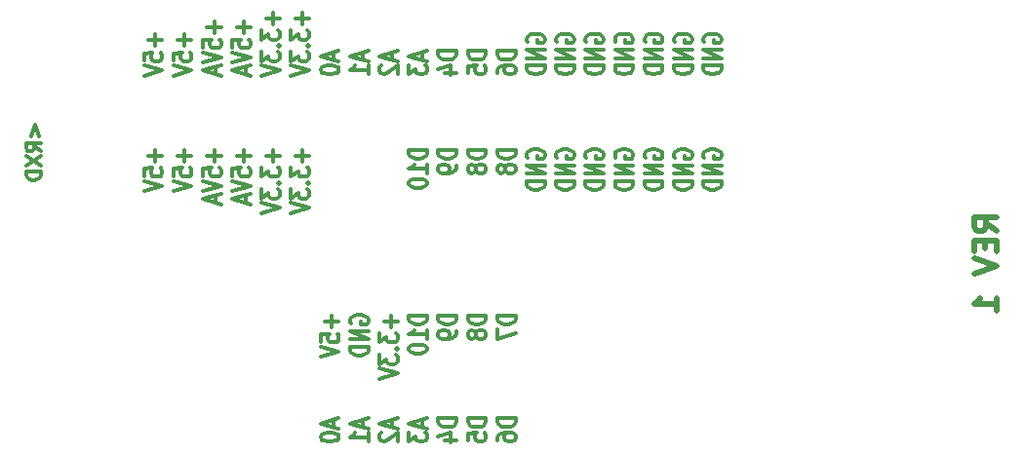
<source format=gbo>
%TF.GenerationSoftware,KiCad,Pcbnew,(6.0.1)*%
%TF.CreationDate,2022-10-17T10:49:28-04:00*%
%TF.ProjectId,MOD-XIAO-RP2040-CPU,4d4f442d-5849-4414-9f2d-525032303430,rev?*%
%TF.SameCoordinates,Original*%
%TF.FileFunction,Legend,Bot*%
%TF.FilePolarity,Positive*%
%FSLAX46Y46*%
G04 Gerber Fmt 4.6, Leading zero omitted, Abs format (unit mm)*
G04 Created by KiCad (PCBNEW (6.0.1)) date 2022-10-17 10:49:28*
%MOMM*%
%LPD*%
G01*
G04 APERTURE LIST*
%ADD10C,0.330200*%
%ADD11C,0.317500*%
%ADD12C,0.500000*%
G04 APERTURE END LIST*
D10*
X115786580Y-44588550D02*
X115786580Y-45594874D01*
X116391342Y-45091712D02*
X115181818Y-45091712D01*
X114803842Y-46852779D02*
X114803842Y-46223827D01*
X115559795Y-46160931D01*
X115484199Y-46223827D01*
X115408604Y-46349617D01*
X115408604Y-46664093D01*
X115484199Y-46789884D01*
X115559795Y-46852779D01*
X115710985Y-46915674D01*
X116088961Y-46915674D01*
X116240152Y-46852779D01*
X116315747Y-46789884D01*
X116391342Y-46664093D01*
X116391342Y-46349617D01*
X116315747Y-46223827D01*
X116240152Y-46160931D01*
X114803842Y-47293046D02*
X116391342Y-47733312D01*
X114803842Y-48173579D01*
X118342455Y-44588550D02*
X118342455Y-45594874D01*
X118947217Y-45091712D02*
X117737693Y-45091712D01*
X117359717Y-46852779D02*
X117359717Y-46223827D01*
X118115670Y-46160931D01*
X118040074Y-46223827D01*
X117964479Y-46349617D01*
X117964479Y-46664093D01*
X118040074Y-46789884D01*
X118115670Y-46852779D01*
X118266860Y-46915674D01*
X118644836Y-46915674D01*
X118796027Y-46852779D01*
X118871622Y-46789884D01*
X118947217Y-46664093D01*
X118947217Y-46349617D01*
X118871622Y-46223827D01*
X118796027Y-46160931D01*
X117359717Y-47293046D02*
X118947217Y-47733312D01*
X117359717Y-48173579D01*
X120898330Y-43456436D02*
X120898330Y-44462760D01*
X121503092Y-43959598D02*
X120293568Y-43959598D01*
X119915592Y-45720665D02*
X119915592Y-45091712D01*
X120671545Y-45028817D01*
X120595949Y-45091712D01*
X120520354Y-45217503D01*
X120520354Y-45531979D01*
X120595949Y-45657770D01*
X120671545Y-45720665D01*
X120822735Y-45783560D01*
X121200711Y-45783560D01*
X121351902Y-45720665D01*
X121427497Y-45657770D01*
X121503092Y-45531979D01*
X121503092Y-45217503D01*
X121427497Y-45091712D01*
X121351902Y-45028817D01*
X119915592Y-46160931D02*
X121503092Y-46601198D01*
X119915592Y-47041465D01*
X121049521Y-47418836D02*
X121049521Y-48047789D01*
X121503092Y-47293046D02*
X119915592Y-47733312D01*
X121503092Y-48173579D01*
X123454205Y-43456436D02*
X123454205Y-44462760D01*
X124058967Y-43959598D02*
X122849443Y-43959598D01*
X122471467Y-45720665D02*
X122471467Y-45091712D01*
X123227420Y-45028817D01*
X123151824Y-45091712D01*
X123076229Y-45217503D01*
X123076229Y-45531979D01*
X123151824Y-45657770D01*
X123227420Y-45720665D01*
X123378610Y-45783560D01*
X123756586Y-45783560D01*
X123907777Y-45720665D01*
X123983372Y-45657770D01*
X124058967Y-45531979D01*
X124058967Y-45217503D01*
X123983372Y-45091712D01*
X123907777Y-45028817D01*
X122471467Y-46160931D02*
X124058967Y-46601198D01*
X122471467Y-47041465D01*
X123605396Y-47418836D02*
X123605396Y-48047789D01*
X124058967Y-47293046D02*
X122471467Y-47733312D01*
X124058967Y-48173579D01*
X126010080Y-42701693D02*
X126010080Y-43708017D01*
X126614842Y-43204855D02*
X125405318Y-43204855D01*
X125027342Y-44211179D02*
X125027342Y-45028817D01*
X125632104Y-44588550D01*
X125632104Y-44777236D01*
X125707699Y-44903027D01*
X125783295Y-44965922D01*
X125934485Y-45028817D01*
X126312461Y-45028817D01*
X126463652Y-44965922D01*
X126539247Y-44903027D01*
X126614842Y-44777236D01*
X126614842Y-44399865D01*
X126539247Y-44274074D01*
X126463652Y-44211179D01*
X126463652Y-45594874D02*
X126539247Y-45657770D01*
X126614842Y-45594874D01*
X126539247Y-45531979D01*
X126463652Y-45594874D01*
X126614842Y-45594874D01*
X125027342Y-46098036D02*
X125027342Y-46915674D01*
X125632104Y-46475408D01*
X125632104Y-46664093D01*
X125707699Y-46789884D01*
X125783295Y-46852779D01*
X125934485Y-46915674D01*
X126312461Y-46915674D01*
X126463652Y-46852779D01*
X126539247Y-46789884D01*
X126614842Y-46664093D01*
X126614842Y-46286722D01*
X126539247Y-46160931D01*
X126463652Y-46098036D01*
X125027342Y-47293046D02*
X126614842Y-47733312D01*
X125027342Y-48173579D01*
X128565955Y-42701693D02*
X128565955Y-43708017D01*
X129170717Y-43204855D02*
X127961193Y-43204855D01*
X127583217Y-44211179D02*
X127583217Y-45028817D01*
X128187979Y-44588550D01*
X128187979Y-44777236D01*
X128263574Y-44903027D01*
X128339170Y-44965922D01*
X128490360Y-45028817D01*
X128868336Y-45028817D01*
X129019527Y-44965922D01*
X129095122Y-44903027D01*
X129170717Y-44777236D01*
X129170717Y-44399865D01*
X129095122Y-44274074D01*
X129019527Y-44211179D01*
X129019527Y-45594874D02*
X129095122Y-45657770D01*
X129170717Y-45594874D01*
X129095122Y-45531979D01*
X129019527Y-45594874D01*
X129170717Y-45594874D01*
X127583217Y-46098036D02*
X127583217Y-46915674D01*
X128187979Y-46475408D01*
X128187979Y-46664093D01*
X128263574Y-46789884D01*
X128339170Y-46852779D01*
X128490360Y-46915674D01*
X128868336Y-46915674D01*
X129019527Y-46852779D01*
X129095122Y-46789884D01*
X129170717Y-46664093D01*
X129170717Y-46286722D01*
X129095122Y-46160931D01*
X129019527Y-46098036D01*
X127583217Y-47293046D02*
X129170717Y-47733312D01*
X127583217Y-48173579D01*
X131273021Y-46160931D02*
X131273021Y-46789884D01*
X131726592Y-46035141D02*
X130139092Y-46475408D01*
X131726592Y-46915674D01*
X130139092Y-47607522D02*
X130139092Y-47733312D01*
X130214688Y-47859103D01*
X130290283Y-47921998D01*
X130441473Y-47984893D01*
X130743854Y-48047789D01*
X131121830Y-48047789D01*
X131424211Y-47984893D01*
X131575402Y-47921998D01*
X131650997Y-47859103D01*
X131726592Y-47733312D01*
X131726592Y-47607522D01*
X131650997Y-47481731D01*
X131575402Y-47418836D01*
X131424211Y-47355941D01*
X131121830Y-47293046D01*
X130743854Y-47293046D01*
X130441473Y-47355941D01*
X130290283Y-47418836D01*
X130214688Y-47481731D01*
X130139092Y-47607522D01*
X133828896Y-46160931D02*
X133828896Y-46789884D01*
X134282467Y-46035141D02*
X132694967Y-46475408D01*
X134282467Y-46915674D01*
X134282467Y-48047789D02*
X134282467Y-47293046D01*
X134282467Y-47670417D02*
X132694967Y-47670417D01*
X132921753Y-47544627D01*
X133072943Y-47418836D01*
X133148539Y-47293046D01*
X136384771Y-46160931D02*
X136384771Y-46789884D01*
X136838342Y-46035141D02*
X135250842Y-46475408D01*
X136838342Y-46915674D01*
X135402033Y-47293046D02*
X135326438Y-47355941D01*
X135250842Y-47481731D01*
X135250842Y-47796208D01*
X135326438Y-47921998D01*
X135402033Y-47984893D01*
X135553223Y-48047789D01*
X135704414Y-48047789D01*
X135931199Y-47984893D01*
X136838342Y-47230150D01*
X136838342Y-48047789D01*
X138940646Y-46160931D02*
X138940646Y-46789884D01*
X139394217Y-46035141D02*
X137806717Y-46475408D01*
X139394217Y-46915674D01*
X137806717Y-47230150D02*
X137806717Y-48047789D01*
X138411479Y-47607522D01*
X138411479Y-47796208D01*
X138487074Y-47921998D01*
X138562670Y-47984893D01*
X138713860Y-48047789D01*
X139091836Y-48047789D01*
X139243027Y-47984893D01*
X139318622Y-47921998D01*
X139394217Y-47796208D01*
X139394217Y-47418836D01*
X139318622Y-47293046D01*
X139243027Y-47230150D01*
X141950092Y-46035141D02*
X140362592Y-46035141D01*
X140362592Y-46349617D01*
X140438188Y-46538303D01*
X140589378Y-46664093D01*
X140740568Y-46726989D01*
X141042949Y-46789884D01*
X141269735Y-46789884D01*
X141572116Y-46726989D01*
X141723307Y-46664093D01*
X141874497Y-46538303D01*
X141950092Y-46349617D01*
X141950092Y-46035141D01*
X140891759Y-47921998D02*
X141950092Y-47921998D01*
X140286997Y-47607522D02*
X141420926Y-47293046D01*
X141420926Y-48110684D01*
X144505967Y-46035141D02*
X142918467Y-46035141D01*
X142918467Y-46349617D01*
X142994063Y-46538303D01*
X143145253Y-46664093D01*
X143296443Y-46726989D01*
X143598824Y-46789884D01*
X143825610Y-46789884D01*
X144127991Y-46726989D01*
X144279182Y-46664093D01*
X144430372Y-46538303D01*
X144505967Y-46349617D01*
X144505967Y-46035141D01*
X142918467Y-47984893D02*
X142918467Y-47355941D01*
X143674420Y-47293046D01*
X143598824Y-47355941D01*
X143523229Y-47481731D01*
X143523229Y-47796208D01*
X143598824Y-47921998D01*
X143674420Y-47984893D01*
X143825610Y-48047789D01*
X144203586Y-48047789D01*
X144354777Y-47984893D01*
X144430372Y-47921998D01*
X144505967Y-47796208D01*
X144505967Y-47481731D01*
X144430372Y-47355941D01*
X144354777Y-47293046D01*
X147061842Y-46035141D02*
X145474342Y-46035141D01*
X145474342Y-46349617D01*
X145549938Y-46538303D01*
X145701128Y-46664093D01*
X145852318Y-46726989D01*
X146154699Y-46789884D01*
X146381485Y-46789884D01*
X146683866Y-46726989D01*
X146835057Y-46664093D01*
X146986247Y-46538303D01*
X147061842Y-46349617D01*
X147061842Y-46035141D01*
X145474342Y-47921998D02*
X145474342Y-47670417D01*
X145549938Y-47544627D01*
X145625533Y-47481731D01*
X145852318Y-47355941D01*
X146154699Y-47293046D01*
X146759461Y-47293046D01*
X146910652Y-47355941D01*
X146986247Y-47418836D01*
X147061842Y-47544627D01*
X147061842Y-47796208D01*
X146986247Y-47921998D01*
X146910652Y-47984893D01*
X146759461Y-48047789D01*
X146381485Y-48047789D01*
X146230295Y-47984893D01*
X146154699Y-47921998D01*
X146079104Y-47796208D01*
X146079104Y-47544627D01*
X146154699Y-47418836D01*
X146230295Y-47355941D01*
X146381485Y-47293046D01*
X148105813Y-45280398D02*
X148030217Y-45154608D01*
X148030217Y-44965922D01*
X148105813Y-44777236D01*
X148257003Y-44651446D01*
X148408193Y-44588550D01*
X148710574Y-44525655D01*
X148937360Y-44525655D01*
X149239741Y-44588550D01*
X149390932Y-44651446D01*
X149542122Y-44777236D01*
X149617717Y-44965922D01*
X149617717Y-45091712D01*
X149542122Y-45280398D01*
X149466527Y-45343293D01*
X148937360Y-45343293D01*
X148937360Y-45091712D01*
X149617717Y-45909350D02*
X148030217Y-45909350D01*
X149617717Y-46664093D01*
X148030217Y-46664093D01*
X149617717Y-47293046D02*
X148030217Y-47293046D01*
X148030217Y-47607522D01*
X148105813Y-47796208D01*
X148257003Y-47921998D01*
X148408193Y-47984893D01*
X148710574Y-48047789D01*
X148937360Y-48047789D01*
X149239741Y-47984893D01*
X149390932Y-47921998D01*
X149542122Y-47796208D01*
X149617717Y-47607522D01*
X149617717Y-47293046D01*
X150661688Y-45280398D02*
X150586092Y-45154608D01*
X150586092Y-44965922D01*
X150661688Y-44777236D01*
X150812878Y-44651446D01*
X150964068Y-44588550D01*
X151266449Y-44525655D01*
X151493235Y-44525655D01*
X151795616Y-44588550D01*
X151946807Y-44651446D01*
X152097997Y-44777236D01*
X152173592Y-44965922D01*
X152173592Y-45091712D01*
X152097997Y-45280398D01*
X152022402Y-45343293D01*
X151493235Y-45343293D01*
X151493235Y-45091712D01*
X152173592Y-45909350D02*
X150586092Y-45909350D01*
X152173592Y-46664093D01*
X150586092Y-46664093D01*
X152173592Y-47293046D02*
X150586092Y-47293046D01*
X150586092Y-47607522D01*
X150661688Y-47796208D01*
X150812878Y-47921998D01*
X150964068Y-47984893D01*
X151266449Y-48047789D01*
X151493235Y-48047789D01*
X151795616Y-47984893D01*
X151946807Y-47921998D01*
X152097997Y-47796208D01*
X152173592Y-47607522D01*
X152173592Y-47293046D01*
X153217563Y-45280398D02*
X153141967Y-45154608D01*
X153141967Y-44965922D01*
X153217563Y-44777236D01*
X153368753Y-44651446D01*
X153519943Y-44588550D01*
X153822324Y-44525655D01*
X154049110Y-44525655D01*
X154351491Y-44588550D01*
X154502682Y-44651446D01*
X154653872Y-44777236D01*
X154729467Y-44965922D01*
X154729467Y-45091712D01*
X154653872Y-45280398D01*
X154578277Y-45343293D01*
X154049110Y-45343293D01*
X154049110Y-45091712D01*
X154729467Y-45909350D02*
X153141967Y-45909350D01*
X154729467Y-46664093D01*
X153141967Y-46664093D01*
X154729467Y-47293046D02*
X153141967Y-47293046D01*
X153141967Y-47607522D01*
X153217563Y-47796208D01*
X153368753Y-47921998D01*
X153519943Y-47984893D01*
X153822324Y-48047789D01*
X154049110Y-48047789D01*
X154351491Y-47984893D01*
X154502682Y-47921998D01*
X154653872Y-47796208D01*
X154729467Y-47607522D01*
X154729467Y-47293046D01*
X155773438Y-45280398D02*
X155697842Y-45154608D01*
X155697842Y-44965922D01*
X155773438Y-44777236D01*
X155924628Y-44651446D01*
X156075818Y-44588550D01*
X156378199Y-44525655D01*
X156604985Y-44525655D01*
X156907366Y-44588550D01*
X157058557Y-44651446D01*
X157209747Y-44777236D01*
X157285342Y-44965922D01*
X157285342Y-45091712D01*
X157209747Y-45280398D01*
X157134152Y-45343293D01*
X156604985Y-45343293D01*
X156604985Y-45091712D01*
X157285342Y-45909350D02*
X155697842Y-45909350D01*
X157285342Y-46664093D01*
X155697842Y-46664093D01*
X157285342Y-47293046D02*
X155697842Y-47293046D01*
X155697842Y-47607522D01*
X155773438Y-47796208D01*
X155924628Y-47921998D01*
X156075818Y-47984893D01*
X156378199Y-48047789D01*
X156604985Y-48047789D01*
X156907366Y-47984893D01*
X157058557Y-47921998D01*
X157209747Y-47796208D01*
X157285342Y-47607522D01*
X157285342Y-47293046D01*
X158329313Y-45280398D02*
X158253717Y-45154608D01*
X158253717Y-44965922D01*
X158329313Y-44777236D01*
X158480503Y-44651446D01*
X158631693Y-44588550D01*
X158934074Y-44525655D01*
X159160860Y-44525655D01*
X159463241Y-44588550D01*
X159614432Y-44651446D01*
X159765622Y-44777236D01*
X159841217Y-44965922D01*
X159841217Y-45091712D01*
X159765622Y-45280398D01*
X159690027Y-45343293D01*
X159160860Y-45343293D01*
X159160860Y-45091712D01*
X159841217Y-45909350D02*
X158253717Y-45909350D01*
X159841217Y-46664093D01*
X158253717Y-46664093D01*
X159841217Y-47293046D02*
X158253717Y-47293046D01*
X158253717Y-47607522D01*
X158329313Y-47796208D01*
X158480503Y-47921998D01*
X158631693Y-47984893D01*
X158934074Y-48047789D01*
X159160860Y-48047789D01*
X159463241Y-47984893D01*
X159614432Y-47921998D01*
X159765622Y-47796208D01*
X159841217Y-47607522D01*
X159841217Y-47293046D01*
X160885188Y-45280398D02*
X160809592Y-45154608D01*
X160809592Y-44965922D01*
X160885188Y-44777236D01*
X161036378Y-44651446D01*
X161187568Y-44588550D01*
X161489949Y-44525655D01*
X161716735Y-44525655D01*
X162019116Y-44588550D01*
X162170307Y-44651446D01*
X162321497Y-44777236D01*
X162397092Y-44965922D01*
X162397092Y-45091712D01*
X162321497Y-45280398D01*
X162245902Y-45343293D01*
X161716735Y-45343293D01*
X161716735Y-45091712D01*
X162397092Y-45909350D02*
X160809592Y-45909350D01*
X162397092Y-46664093D01*
X160809592Y-46664093D01*
X162397092Y-47293046D02*
X160809592Y-47293046D01*
X160809592Y-47607522D01*
X160885188Y-47796208D01*
X161036378Y-47921998D01*
X161187568Y-47984893D01*
X161489949Y-48047789D01*
X161716735Y-48047789D01*
X162019116Y-47984893D01*
X162170307Y-47921998D01*
X162321497Y-47796208D01*
X162397092Y-47607522D01*
X162397092Y-47293046D01*
X163441063Y-45280398D02*
X163365467Y-45154608D01*
X163365467Y-44965922D01*
X163441063Y-44777236D01*
X163592253Y-44651446D01*
X163743443Y-44588550D01*
X164045824Y-44525655D01*
X164272610Y-44525655D01*
X164574991Y-44588550D01*
X164726182Y-44651446D01*
X164877372Y-44777236D01*
X164952967Y-44965922D01*
X164952967Y-45091712D01*
X164877372Y-45280398D01*
X164801777Y-45343293D01*
X164272610Y-45343293D01*
X164272610Y-45091712D01*
X164952967Y-45909350D02*
X163365467Y-45909350D01*
X164952967Y-46664093D01*
X163365467Y-46664093D01*
X164952967Y-47293046D02*
X163365467Y-47293046D01*
X163365467Y-47607522D01*
X163441063Y-47796208D01*
X163592253Y-47921998D01*
X163743443Y-47984893D01*
X164045824Y-48047789D01*
X164272610Y-48047789D01*
X164574991Y-47984893D01*
X164726182Y-47921998D01*
X164877372Y-47796208D01*
X164952967Y-47607522D01*
X164952967Y-47293046D01*
X131123773Y-69025108D02*
X131123773Y-70031432D01*
X131728535Y-69528270D02*
X130519011Y-69528270D01*
X130141035Y-71289336D02*
X130141035Y-70660384D01*
X130896988Y-70597489D01*
X130821392Y-70660384D01*
X130745797Y-70786174D01*
X130745797Y-71100651D01*
X130821392Y-71226441D01*
X130896988Y-71289336D01*
X131048178Y-71352232D01*
X131426154Y-71352232D01*
X131577345Y-71289336D01*
X131652940Y-71226441D01*
X131728535Y-71100651D01*
X131728535Y-70786174D01*
X131652940Y-70660384D01*
X131577345Y-70597489D01*
X130141035Y-71729603D02*
X131728535Y-72169870D01*
X130141035Y-72610136D01*
X132772506Y-69716955D02*
X132696910Y-69591165D01*
X132696910Y-69402479D01*
X132772506Y-69213793D01*
X132923696Y-69088003D01*
X133074886Y-69025108D01*
X133377267Y-68962212D01*
X133604053Y-68962212D01*
X133906434Y-69025108D01*
X134057625Y-69088003D01*
X134208815Y-69213793D01*
X134284410Y-69402479D01*
X134284410Y-69528270D01*
X134208815Y-69716955D01*
X134133220Y-69779851D01*
X133604053Y-69779851D01*
X133604053Y-69528270D01*
X134284410Y-70345908D02*
X132696910Y-70345908D01*
X134284410Y-71100651D01*
X132696910Y-71100651D01*
X134284410Y-71729603D02*
X132696910Y-71729603D01*
X132696910Y-72044079D01*
X132772506Y-72232765D01*
X132923696Y-72358555D01*
X133074886Y-72421451D01*
X133377267Y-72484346D01*
X133604053Y-72484346D01*
X133906434Y-72421451D01*
X134057625Y-72358555D01*
X134208815Y-72232765D01*
X134284410Y-72044079D01*
X134284410Y-71729603D01*
X136235523Y-69025108D02*
X136235523Y-70031432D01*
X136840285Y-69528270D02*
X135630761Y-69528270D01*
X135252785Y-70534593D02*
X135252785Y-71352232D01*
X135857547Y-70911965D01*
X135857547Y-71100651D01*
X135933142Y-71226441D01*
X136008738Y-71289336D01*
X136159928Y-71352232D01*
X136537904Y-71352232D01*
X136689095Y-71289336D01*
X136764690Y-71226441D01*
X136840285Y-71100651D01*
X136840285Y-70723279D01*
X136764690Y-70597489D01*
X136689095Y-70534593D01*
X136689095Y-71918289D02*
X136764690Y-71981184D01*
X136840285Y-71918289D01*
X136764690Y-71855393D01*
X136689095Y-71918289D01*
X136840285Y-71918289D01*
X135252785Y-72421451D02*
X135252785Y-73239089D01*
X135857547Y-72798822D01*
X135857547Y-72987508D01*
X135933142Y-73113298D01*
X136008738Y-73176193D01*
X136159928Y-73239089D01*
X136537904Y-73239089D01*
X136689095Y-73176193D01*
X136764690Y-73113298D01*
X136840285Y-72987508D01*
X136840285Y-72610136D01*
X136764690Y-72484346D01*
X136689095Y-72421451D01*
X135252785Y-73616460D02*
X136840285Y-74056727D01*
X135252785Y-74496993D01*
X139396160Y-69025108D02*
X137808660Y-69025108D01*
X137808660Y-69339584D01*
X137884256Y-69528270D01*
X138035446Y-69654060D01*
X138186636Y-69716955D01*
X138489017Y-69779851D01*
X138715803Y-69779851D01*
X139018184Y-69716955D01*
X139169375Y-69654060D01*
X139320565Y-69528270D01*
X139396160Y-69339584D01*
X139396160Y-69025108D01*
X139396160Y-71037755D02*
X139396160Y-70283012D01*
X139396160Y-70660384D02*
X137808660Y-70660384D01*
X138035446Y-70534593D01*
X138186636Y-70408803D01*
X138262232Y-70283012D01*
X137808660Y-71855393D02*
X137808660Y-71981184D01*
X137884256Y-72106974D01*
X137959851Y-72169870D01*
X138111041Y-72232765D01*
X138413422Y-72295660D01*
X138791398Y-72295660D01*
X139093779Y-72232765D01*
X139244970Y-72169870D01*
X139320565Y-72106974D01*
X139396160Y-71981184D01*
X139396160Y-71855393D01*
X139320565Y-71729603D01*
X139244970Y-71666708D01*
X139093779Y-71603812D01*
X138791398Y-71540917D01*
X138413422Y-71540917D01*
X138111041Y-71603812D01*
X137959851Y-71666708D01*
X137884256Y-71729603D01*
X137808660Y-71855393D01*
X141952035Y-69025108D02*
X140364535Y-69025108D01*
X140364535Y-69339584D01*
X140440131Y-69528270D01*
X140591321Y-69654060D01*
X140742511Y-69716955D01*
X141044892Y-69779851D01*
X141271678Y-69779851D01*
X141574059Y-69716955D01*
X141725250Y-69654060D01*
X141876440Y-69528270D01*
X141952035Y-69339584D01*
X141952035Y-69025108D01*
X141952035Y-70408803D02*
X141952035Y-70660384D01*
X141876440Y-70786174D01*
X141800845Y-70849070D01*
X141574059Y-70974860D01*
X141271678Y-71037755D01*
X140666916Y-71037755D01*
X140515726Y-70974860D01*
X140440131Y-70911965D01*
X140364535Y-70786174D01*
X140364535Y-70534593D01*
X140440131Y-70408803D01*
X140515726Y-70345908D01*
X140666916Y-70283012D01*
X141044892Y-70283012D01*
X141196083Y-70345908D01*
X141271678Y-70408803D01*
X141347273Y-70534593D01*
X141347273Y-70786174D01*
X141271678Y-70911965D01*
X141196083Y-70974860D01*
X141044892Y-71037755D01*
X144507910Y-69025108D02*
X142920410Y-69025108D01*
X142920410Y-69339584D01*
X142996006Y-69528270D01*
X143147196Y-69654060D01*
X143298386Y-69716955D01*
X143600767Y-69779851D01*
X143827553Y-69779851D01*
X144129934Y-69716955D01*
X144281125Y-69654060D01*
X144432315Y-69528270D01*
X144507910Y-69339584D01*
X144507910Y-69025108D01*
X143600767Y-70534593D02*
X143525172Y-70408803D01*
X143449577Y-70345908D01*
X143298386Y-70283012D01*
X143222791Y-70283012D01*
X143071601Y-70345908D01*
X142996006Y-70408803D01*
X142920410Y-70534593D01*
X142920410Y-70786174D01*
X142996006Y-70911965D01*
X143071601Y-70974860D01*
X143222791Y-71037755D01*
X143298386Y-71037755D01*
X143449577Y-70974860D01*
X143525172Y-70911965D01*
X143600767Y-70786174D01*
X143600767Y-70534593D01*
X143676363Y-70408803D01*
X143751958Y-70345908D01*
X143903148Y-70283012D01*
X144205529Y-70283012D01*
X144356720Y-70345908D01*
X144432315Y-70408803D01*
X144507910Y-70534593D01*
X144507910Y-70786174D01*
X144432315Y-70911965D01*
X144356720Y-70974860D01*
X144205529Y-71037755D01*
X143903148Y-71037755D01*
X143751958Y-70974860D01*
X143676363Y-70911965D01*
X143600767Y-70786174D01*
X147063785Y-69025108D02*
X145476285Y-69025108D01*
X145476285Y-69339584D01*
X145551881Y-69528270D01*
X145703071Y-69654060D01*
X145854261Y-69716955D01*
X146156642Y-69779851D01*
X146383428Y-69779851D01*
X146685809Y-69716955D01*
X146837000Y-69654060D01*
X146988190Y-69528270D01*
X147063785Y-69339584D01*
X147063785Y-69025108D01*
X145476285Y-70220117D02*
X145476285Y-71100651D01*
X147063785Y-70534593D01*
D11*
X105010857Y-53419375D02*
X105373714Y-52451755D01*
X105736571Y-53419375D01*
X105857523Y-54749851D02*
X105252761Y-54326517D01*
X105857523Y-54024136D02*
X104587523Y-54024136D01*
X104587523Y-54507946D01*
X104648000Y-54628898D01*
X104708476Y-54689375D01*
X104829428Y-54749851D01*
X105010857Y-54749851D01*
X105131809Y-54689375D01*
X105192285Y-54628898D01*
X105252761Y-54507946D01*
X105252761Y-54024136D01*
X104587523Y-55173184D02*
X105857523Y-56019851D01*
X104587523Y-56019851D02*
X105857523Y-55173184D01*
X105857523Y-56503660D02*
X104587523Y-56503660D01*
X104587523Y-56806041D01*
X104648000Y-56987470D01*
X104768952Y-57108422D01*
X104889904Y-57168898D01*
X105131809Y-57229375D01*
X105313238Y-57229375D01*
X105555142Y-57168898D01*
X105676095Y-57108422D01*
X105797047Y-56987470D01*
X105857523Y-56806041D01*
X105857523Y-56503660D01*
D10*
X115786580Y-54631106D02*
X115786580Y-55637430D01*
X116391342Y-55134268D02*
X115181818Y-55134268D01*
X114803842Y-56895334D02*
X114803842Y-56266382D01*
X115559795Y-56203487D01*
X115484199Y-56266382D01*
X115408604Y-56392172D01*
X115408604Y-56706649D01*
X115484199Y-56832439D01*
X115559795Y-56895334D01*
X115710985Y-56958230D01*
X116088961Y-56958230D01*
X116240152Y-56895334D01*
X116315747Y-56832439D01*
X116391342Y-56706649D01*
X116391342Y-56392172D01*
X116315747Y-56266382D01*
X116240152Y-56203487D01*
X114803842Y-57335601D02*
X116391342Y-57775868D01*
X114803842Y-58216134D01*
X118342455Y-54631106D02*
X118342455Y-55637430D01*
X118947217Y-55134268D02*
X117737693Y-55134268D01*
X117359717Y-56895334D02*
X117359717Y-56266382D01*
X118115670Y-56203487D01*
X118040074Y-56266382D01*
X117964479Y-56392172D01*
X117964479Y-56706649D01*
X118040074Y-56832439D01*
X118115670Y-56895334D01*
X118266860Y-56958230D01*
X118644836Y-56958230D01*
X118796027Y-56895334D01*
X118871622Y-56832439D01*
X118947217Y-56706649D01*
X118947217Y-56392172D01*
X118871622Y-56266382D01*
X118796027Y-56203487D01*
X117359717Y-57335601D02*
X118947217Y-57775868D01*
X117359717Y-58216134D01*
X120898330Y-54631106D02*
X120898330Y-55637430D01*
X121503092Y-55134268D02*
X120293568Y-55134268D01*
X119915592Y-56895334D02*
X119915592Y-56266382D01*
X120671545Y-56203487D01*
X120595949Y-56266382D01*
X120520354Y-56392172D01*
X120520354Y-56706649D01*
X120595949Y-56832439D01*
X120671545Y-56895334D01*
X120822735Y-56958230D01*
X121200711Y-56958230D01*
X121351902Y-56895334D01*
X121427497Y-56832439D01*
X121503092Y-56706649D01*
X121503092Y-56392172D01*
X121427497Y-56266382D01*
X121351902Y-56203487D01*
X119915592Y-57335601D02*
X121503092Y-57775868D01*
X119915592Y-58216134D01*
X121049521Y-58593506D02*
X121049521Y-59222458D01*
X121503092Y-58467715D02*
X119915592Y-58907982D01*
X121503092Y-59348249D01*
X123454205Y-54631106D02*
X123454205Y-55637430D01*
X124058967Y-55134268D02*
X122849443Y-55134268D01*
X122471467Y-56895334D02*
X122471467Y-56266382D01*
X123227420Y-56203487D01*
X123151824Y-56266382D01*
X123076229Y-56392172D01*
X123076229Y-56706649D01*
X123151824Y-56832439D01*
X123227420Y-56895334D01*
X123378610Y-56958230D01*
X123756586Y-56958230D01*
X123907777Y-56895334D01*
X123983372Y-56832439D01*
X124058967Y-56706649D01*
X124058967Y-56392172D01*
X123983372Y-56266382D01*
X123907777Y-56203487D01*
X122471467Y-57335601D02*
X124058967Y-57775868D01*
X122471467Y-58216134D01*
X123605396Y-58593506D02*
X123605396Y-59222458D01*
X124058967Y-58467715D02*
X122471467Y-58907982D01*
X124058967Y-59348249D01*
X126010080Y-54631106D02*
X126010080Y-55637430D01*
X126614842Y-55134268D02*
X125405318Y-55134268D01*
X125027342Y-56140591D02*
X125027342Y-56958230D01*
X125632104Y-56517963D01*
X125632104Y-56706649D01*
X125707699Y-56832439D01*
X125783295Y-56895334D01*
X125934485Y-56958230D01*
X126312461Y-56958230D01*
X126463652Y-56895334D01*
X126539247Y-56832439D01*
X126614842Y-56706649D01*
X126614842Y-56329277D01*
X126539247Y-56203487D01*
X126463652Y-56140591D01*
X126463652Y-57524287D02*
X126539247Y-57587182D01*
X126614842Y-57524287D01*
X126539247Y-57461391D01*
X126463652Y-57524287D01*
X126614842Y-57524287D01*
X125027342Y-58027449D02*
X125027342Y-58845087D01*
X125632104Y-58404820D01*
X125632104Y-58593506D01*
X125707699Y-58719296D01*
X125783295Y-58782191D01*
X125934485Y-58845087D01*
X126312461Y-58845087D01*
X126463652Y-58782191D01*
X126539247Y-58719296D01*
X126614842Y-58593506D01*
X126614842Y-58216134D01*
X126539247Y-58090344D01*
X126463652Y-58027449D01*
X125027342Y-59222458D02*
X126614842Y-59662725D01*
X125027342Y-60102991D01*
X128565955Y-54631106D02*
X128565955Y-55637430D01*
X129170717Y-55134268D02*
X127961193Y-55134268D01*
X127583217Y-56140591D02*
X127583217Y-56958230D01*
X128187979Y-56517963D01*
X128187979Y-56706649D01*
X128263574Y-56832439D01*
X128339170Y-56895334D01*
X128490360Y-56958230D01*
X128868336Y-56958230D01*
X129019527Y-56895334D01*
X129095122Y-56832439D01*
X129170717Y-56706649D01*
X129170717Y-56329277D01*
X129095122Y-56203487D01*
X129019527Y-56140591D01*
X129019527Y-57524287D02*
X129095122Y-57587182D01*
X129170717Y-57524287D01*
X129095122Y-57461391D01*
X129019527Y-57524287D01*
X129170717Y-57524287D01*
X127583217Y-58027449D02*
X127583217Y-58845087D01*
X128187979Y-58404820D01*
X128187979Y-58593506D01*
X128263574Y-58719296D01*
X128339170Y-58782191D01*
X128490360Y-58845087D01*
X128868336Y-58845087D01*
X129019527Y-58782191D01*
X129095122Y-58719296D01*
X129170717Y-58593506D01*
X129170717Y-58216134D01*
X129095122Y-58090344D01*
X129019527Y-58027449D01*
X127583217Y-59222458D02*
X129170717Y-59662725D01*
X127583217Y-60102991D01*
X139394217Y-54631106D02*
X137806717Y-54631106D01*
X137806717Y-54945582D01*
X137882313Y-55134268D01*
X138033503Y-55260058D01*
X138184693Y-55322953D01*
X138487074Y-55385849D01*
X138713860Y-55385849D01*
X139016241Y-55322953D01*
X139167432Y-55260058D01*
X139318622Y-55134268D01*
X139394217Y-54945582D01*
X139394217Y-54631106D01*
X139394217Y-56643753D02*
X139394217Y-55889010D01*
X139394217Y-56266382D02*
X137806717Y-56266382D01*
X138033503Y-56140591D01*
X138184693Y-56014801D01*
X138260289Y-55889010D01*
X137806717Y-57461391D02*
X137806717Y-57587182D01*
X137882313Y-57712972D01*
X137957908Y-57775868D01*
X138109098Y-57838763D01*
X138411479Y-57901658D01*
X138789455Y-57901658D01*
X139091836Y-57838763D01*
X139243027Y-57775868D01*
X139318622Y-57712972D01*
X139394217Y-57587182D01*
X139394217Y-57461391D01*
X139318622Y-57335601D01*
X139243027Y-57272706D01*
X139091836Y-57209810D01*
X138789455Y-57146915D01*
X138411479Y-57146915D01*
X138109098Y-57209810D01*
X137957908Y-57272706D01*
X137882313Y-57335601D01*
X137806717Y-57461391D01*
X141950092Y-54631106D02*
X140362592Y-54631106D01*
X140362592Y-54945582D01*
X140438188Y-55134268D01*
X140589378Y-55260058D01*
X140740568Y-55322953D01*
X141042949Y-55385849D01*
X141269735Y-55385849D01*
X141572116Y-55322953D01*
X141723307Y-55260058D01*
X141874497Y-55134268D01*
X141950092Y-54945582D01*
X141950092Y-54631106D01*
X141950092Y-56014801D02*
X141950092Y-56266382D01*
X141874497Y-56392172D01*
X141798902Y-56455068D01*
X141572116Y-56580858D01*
X141269735Y-56643753D01*
X140664973Y-56643753D01*
X140513783Y-56580858D01*
X140438188Y-56517963D01*
X140362592Y-56392172D01*
X140362592Y-56140591D01*
X140438188Y-56014801D01*
X140513783Y-55951906D01*
X140664973Y-55889010D01*
X141042949Y-55889010D01*
X141194140Y-55951906D01*
X141269735Y-56014801D01*
X141345330Y-56140591D01*
X141345330Y-56392172D01*
X141269735Y-56517963D01*
X141194140Y-56580858D01*
X141042949Y-56643753D01*
X144505967Y-54631106D02*
X142918467Y-54631106D01*
X142918467Y-54945582D01*
X142994063Y-55134268D01*
X143145253Y-55260058D01*
X143296443Y-55322953D01*
X143598824Y-55385849D01*
X143825610Y-55385849D01*
X144127991Y-55322953D01*
X144279182Y-55260058D01*
X144430372Y-55134268D01*
X144505967Y-54945582D01*
X144505967Y-54631106D01*
X143598824Y-56140591D02*
X143523229Y-56014801D01*
X143447634Y-55951906D01*
X143296443Y-55889010D01*
X143220848Y-55889010D01*
X143069658Y-55951906D01*
X142994063Y-56014801D01*
X142918467Y-56140591D01*
X142918467Y-56392172D01*
X142994063Y-56517963D01*
X143069658Y-56580858D01*
X143220848Y-56643753D01*
X143296443Y-56643753D01*
X143447634Y-56580858D01*
X143523229Y-56517963D01*
X143598824Y-56392172D01*
X143598824Y-56140591D01*
X143674420Y-56014801D01*
X143750015Y-55951906D01*
X143901205Y-55889010D01*
X144203586Y-55889010D01*
X144354777Y-55951906D01*
X144430372Y-56014801D01*
X144505967Y-56140591D01*
X144505967Y-56392172D01*
X144430372Y-56517963D01*
X144354777Y-56580858D01*
X144203586Y-56643753D01*
X143901205Y-56643753D01*
X143750015Y-56580858D01*
X143674420Y-56517963D01*
X143598824Y-56392172D01*
X147061842Y-54631106D02*
X145474342Y-54631106D01*
X145474342Y-54945582D01*
X145549938Y-55134268D01*
X145701128Y-55260058D01*
X145852318Y-55322953D01*
X146154699Y-55385849D01*
X146381485Y-55385849D01*
X146683866Y-55322953D01*
X146835057Y-55260058D01*
X146986247Y-55134268D01*
X147061842Y-54945582D01*
X147061842Y-54631106D01*
X146154699Y-56140591D02*
X146079104Y-56014801D01*
X146003509Y-55951906D01*
X145852318Y-55889010D01*
X145776723Y-55889010D01*
X145625533Y-55951906D01*
X145549938Y-56014801D01*
X145474342Y-56140591D01*
X145474342Y-56392172D01*
X145549938Y-56517963D01*
X145625533Y-56580858D01*
X145776723Y-56643753D01*
X145852318Y-56643753D01*
X146003509Y-56580858D01*
X146079104Y-56517963D01*
X146154699Y-56392172D01*
X146154699Y-56140591D01*
X146230295Y-56014801D01*
X146305890Y-55951906D01*
X146457080Y-55889010D01*
X146759461Y-55889010D01*
X146910652Y-55951906D01*
X146986247Y-56014801D01*
X147061842Y-56140591D01*
X147061842Y-56392172D01*
X146986247Y-56517963D01*
X146910652Y-56580858D01*
X146759461Y-56643753D01*
X146457080Y-56643753D01*
X146305890Y-56580858D01*
X146230295Y-56517963D01*
X146154699Y-56392172D01*
X148105813Y-55322953D02*
X148030217Y-55197163D01*
X148030217Y-55008477D01*
X148105813Y-54819791D01*
X148257003Y-54694001D01*
X148408193Y-54631106D01*
X148710574Y-54568210D01*
X148937360Y-54568210D01*
X149239741Y-54631106D01*
X149390932Y-54694001D01*
X149542122Y-54819791D01*
X149617717Y-55008477D01*
X149617717Y-55134268D01*
X149542122Y-55322953D01*
X149466527Y-55385849D01*
X148937360Y-55385849D01*
X148937360Y-55134268D01*
X149617717Y-55951906D02*
X148030217Y-55951906D01*
X149617717Y-56706649D01*
X148030217Y-56706649D01*
X149617717Y-57335601D02*
X148030217Y-57335601D01*
X148030217Y-57650077D01*
X148105813Y-57838763D01*
X148257003Y-57964553D01*
X148408193Y-58027449D01*
X148710574Y-58090344D01*
X148937360Y-58090344D01*
X149239741Y-58027449D01*
X149390932Y-57964553D01*
X149542122Y-57838763D01*
X149617717Y-57650077D01*
X149617717Y-57335601D01*
X150661688Y-55322953D02*
X150586092Y-55197163D01*
X150586092Y-55008477D01*
X150661688Y-54819791D01*
X150812878Y-54694001D01*
X150964068Y-54631106D01*
X151266449Y-54568210D01*
X151493235Y-54568210D01*
X151795616Y-54631106D01*
X151946807Y-54694001D01*
X152097997Y-54819791D01*
X152173592Y-55008477D01*
X152173592Y-55134268D01*
X152097997Y-55322953D01*
X152022402Y-55385849D01*
X151493235Y-55385849D01*
X151493235Y-55134268D01*
X152173592Y-55951906D02*
X150586092Y-55951906D01*
X152173592Y-56706649D01*
X150586092Y-56706649D01*
X152173592Y-57335601D02*
X150586092Y-57335601D01*
X150586092Y-57650077D01*
X150661688Y-57838763D01*
X150812878Y-57964553D01*
X150964068Y-58027449D01*
X151266449Y-58090344D01*
X151493235Y-58090344D01*
X151795616Y-58027449D01*
X151946807Y-57964553D01*
X152097997Y-57838763D01*
X152173592Y-57650077D01*
X152173592Y-57335601D01*
X153217563Y-55322953D02*
X153141967Y-55197163D01*
X153141967Y-55008477D01*
X153217563Y-54819791D01*
X153368753Y-54694001D01*
X153519943Y-54631106D01*
X153822324Y-54568210D01*
X154049110Y-54568210D01*
X154351491Y-54631106D01*
X154502682Y-54694001D01*
X154653872Y-54819791D01*
X154729467Y-55008477D01*
X154729467Y-55134268D01*
X154653872Y-55322953D01*
X154578277Y-55385849D01*
X154049110Y-55385849D01*
X154049110Y-55134268D01*
X154729467Y-55951906D02*
X153141967Y-55951906D01*
X154729467Y-56706649D01*
X153141967Y-56706649D01*
X154729467Y-57335601D02*
X153141967Y-57335601D01*
X153141967Y-57650077D01*
X153217563Y-57838763D01*
X153368753Y-57964553D01*
X153519943Y-58027449D01*
X153822324Y-58090344D01*
X154049110Y-58090344D01*
X154351491Y-58027449D01*
X154502682Y-57964553D01*
X154653872Y-57838763D01*
X154729467Y-57650077D01*
X154729467Y-57335601D01*
X155773438Y-55322953D02*
X155697842Y-55197163D01*
X155697842Y-55008477D01*
X155773438Y-54819791D01*
X155924628Y-54694001D01*
X156075818Y-54631106D01*
X156378199Y-54568210D01*
X156604985Y-54568210D01*
X156907366Y-54631106D01*
X157058557Y-54694001D01*
X157209747Y-54819791D01*
X157285342Y-55008477D01*
X157285342Y-55134268D01*
X157209747Y-55322953D01*
X157134152Y-55385849D01*
X156604985Y-55385849D01*
X156604985Y-55134268D01*
X157285342Y-55951906D02*
X155697842Y-55951906D01*
X157285342Y-56706649D01*
X155697842Y-56706649D01*
X157285342Y-57335601D02*
X155697842Y-57335601D01*
X155697842Y-57650077D01*
X155773438Y-57838763D01*
X155924628Y-57964553D01*
X156075818Y-58027449D01*
X156378199Y-58090344D01*
X156604985Y-58090344D01*
X156907366Y-58027449D01*
X157058557Y-57964553D01*
X157209747Y-57838763D01*
X157285342Y-57650077D01*
X157285342Y-57335601D01*
X158329313Y-55322953D02*
X158253717Y-55197163D01*
X158253717Y-55008477D01*
X158329313Y-54819791D01*
X158480503Y-54694001D01*
X158631693Y-54631106D01*
X158934074Y-54568210D01*
X159160860Y-54568210D01*
X159463241Y-54631106D01*
X159614432Y-54694001D01*
X159765622Y-54819791D01*
X159841217Y-55008477D01*
X159841217Y-55134268D01*
X159765622Y-55322953D01*
X159690027Y-55385849D01*
X159160860Y-55385849D01*
X159160860Y-55134268D01*
X159841217Y-55951906D02*
X158253717Y-55951906D01*
X159841217Y-56706649D01*
X158253717Y-56706649D01*
X159841217Y-57335601D02*
X158253717Y-57335601D01*
X158253717Y-57650077D01*
X158329313Y-57838763D01*
X158480503Y-57964553D01*
X158631693Y-58027449D01*
X158934074Y-58090344D01*
X159160860Y-58090344D01*
X159463241Y-58027449D01*
X159614432Y-57964553D01*
X159765622Y-57838763D01*
X159841217Y-57650077D01*
X159841217Y-57335601D01*
X160885188Y-55322953D02*
X160809592Y-55197163D01*
X160809592Y-55008477D01*
X160885188Y-54819791D01*
X161036378Y-54694001D01*
X161187568Y-54631106D01*
X161489949Y-54568210D01*
X161716735Y-54568210D01*
X162019116Y-54631106D01*
X162170307Y-54694001D01*
X162321497Y-54819791D01*
X162397092Y-55008477D01*
X162397092Y-55134268D01*
X162321497Y-55322953D01*
X162245902Y-55385849D01*
X161716735Y-55385849D01*
X161716735Y-55134268D01*
X162397092Y-55951906D02*
X160809592Y-55951906D01*
X162397092Y-56706649D01*
X160809592Y-56706649D01*
X162397092Y-57335601D02*
X160809592Y-57335601D01*
X160809592Y-57650077D01*
X160885188Y-57838763D01*
X161036378Y-57964553D01*
X161187568Y-58027449D01*
X161489949Y-58090344D01*
X161716735Y-58090344D01*
X162019116Y-58027449D01*
X162170307Y-57964553D01*
X162321497Y-57838763D01*
X162397092Y-57650077D01*
X162397092Y-57335601D01*
X163441063Y-55322953D02*
X163365467Y-55197163D01*
X163365467Y-55008477D01*
X163441063Y-54819791D01*
X163592253Y-54694001D01*
X163743443Y-54631106D01*
X164045824Y-54568210D01*
X164272610Y-54568210D01*
X164574991Y-54631106D01*
X164726182Y-54694001D01*
X164877372Y-54819791D01*
X164952967Y-55008477D01*
X164952967Y-55134268D01*
X164877372Y-55322953D01*
X164801777Y-55385849D01*
X164272610Y-55385849D01*
X164272610Y-55134268D01*
X164952967Y-55951906D02*
X163365467Y-55951906D01*
X164952967Y-56706649D01*
X163365467Y-56706649D01*
X164952967Y-57335601D02*
X163365467Y-57335601D01*
X163365467Y-57650077D01*
X163441063Y-57838763D01*
X163592253Y-57964553D01*
X163743443Y-58027449D01*
X164045824Y-58090344D01*
X164272610Y-58090344D01*
X164574991Y-58027449D01*
X164726182Y-57964553D01*
X164877372Y-57838763D01*
X164952967Y-57650077D01*
X164952967Y-57335601D01*
D12*
X188864761Y-61658857D02*
X187912380Y-60992190D01*
X188864761Y-60516000D02*
X186864761Y-60516000D01*
X186864761Y-61277904D01*
X186960000Y-61468380D01*
X187055238Y-61563619D01*
X187245714Y-61658857D01*
X187531428Y-61658857D01*
X187721904Y-61563619D01*
X187817142Y-61468380D01*
X187912380Y-61277904D01*
X187912380Y-60516000D01*
X187817142Y-62516000D02*
X187817142Y-63182666D01*
X188864761Y-63468380D02*
X188864761Y-62516000D01*
X186864761Y-62516000D01*
X186864761Y-63468380D01*
X186864761Y-64039809D02*
X188864761Y-64706476D01*
X186864761Y-65373142D01*
X188864761Y-68611238D02*
X188864761Y-67468380D01*
X188864761Y-68039809D02*
X186864761Y-68039809D01*
X187150476Y-67849333D01*
X187340952Y-67658857D01*
X187436190Y-67468380D01*
D10*
X131274964Y-78080933D02*
X131274964Y-78709886D01*
X131728535Y-77955143D02*
X130141035Y-78395410D01*
X131728535Y-78835676D01*
X130141035Y-79527524D02*
X130141035Y-79653314D01*
X130216631Y-79779105D01*
X130292226Y-79842000D01*
X130443416Y-79904895D01*
X130745797Y-79967791D01*
X131123773Y-79967791D01*
X131426154Y-79904895D01*
X131577345Y-79842000D01*
X131652940Y-79779105D01*
X131728535Y-79653314D01*
X131728535Y-79527524D01*
X131652940Y-79401733D01*
X131577345Y-79338838D01*
X131426154Y-79275943D01*
X131123773Y-79213048D01*
X130745797Y-79213048D01*
X130443416Y-79275943D01*
X130292226Y-79338838D01*
X130216631Y-79401733D01*
X130141035Y-79527524D01*
X133830839Y-78080933D02*
X133830839Y-78709886D01*
X134284410Y-77955143D02*
X132696910Y-78395410D01*
X134284410Y-78835676D01*
X134284410Y-79967791D02*
X134284410Y-79213048D01*
X134284410Y-79590419D02*
X132696910Y-79590419D01*
X132923696Y-79464629D01*
X133074886Y-79338838D01*
X133150482Y-79213048D01*
X136386714Y-78080933D02*
X136386714Y-78709886D01*
X136840285Y-77955143D02*
X135252785Y-78395410D01*
X136840285Y-78835676D01*
X135403976Y-79213048D02*
X135328381Y-79275943D01*
X135252785Y-79401733D01*
X135252785Y-79716210D01*
X135328381Y-79842000D01*
X135403976Y-79904895D01*
X135555166Y-79967791D01*
X135706357Y-79967791D01*
X135933142Y-79904895D01*
X136840285Y-79150152D01*
X136840285Y-79967791D01*
X138942589Y-78080933D02*
X138942589Y-78709886D01*
X139396160Y-77955143D02*
X137808660Y-78395410D01*
X139396160Y-78835676D01*
X137808660Y-79150152D02*
X137808660Y-79967791D01*
X138413422Y-79527524D01*
X138413422Y-79716210D01*
X138489017Y-79842000D01*
X138564613Y-79904895D01*
X138715803Y-79967791D01*
X139093779Y-79967791D01*
X139244970Y-79904895D01*
X139320565Y-79842000D01*
X139396160Y-79716210D01*
X139396160Y-79338838D01*
X139320565Y-79213048D01*
X139244970Y-79150152D01*
X141952035Y-77955143D02*
X140364535Y-77955143D01*
X140364535Y-78269619D01*
X140440131Y-78458305D01*
X140591321Y-78584095D01*
X140742511Y-78646991D01*
X141044892Y-78709886D01*
X141271678Y-78709886D01*
X141574059Y-78646991D01*
X141725250Y-78584095D01*
X141876440Y-78458305D01*
X141952035Y-78269619D01*
X141952035Y-77955143D01*
X140893702Y-79842000D02*
X141952035Y-79842000D01*
X140288940Y-79527524D02*
X141422869Y-79213048D01*
X141422869Y-80030686D01*
X144507910Y-77955143D02*
X142920410Y-77955143D01*
X142920410Y-78269619D01*
X142996006Y-78458305D01*
X143147196Y-78584095D01*
X143298386Y-78646991D01*
X143600767Y-78709886D01*
X143827553Y-78709886D01*
X144129934Y-78646991D01*
X144281125Y-78584095D01*
X144432315Y-78458305D01*
X144507910Y-78269619D01*
X144507910Y-77955143D01*
X142920410Y-79904895D02*
X142920410Y-79275943D01*
X143676363Y-79213048D01*
X143600767Y-79275943D01*
X143525172Y-79401733D01*
X143525172Y-79716210D01*
X143600767Y-79842000D01*
X143676363Y-79904895D01*
X143827553Y-79967791D01*
X144205529Y-79967791D01*
X144356720Y-79904895D01*
X144432315Y-79842000D01*
X144507910Y-79716210D01*
X144507910Y-79401733D01*
X144432315Y-79275943D01*
X144356720Y-79213048D01*
X147063785Y-77955143D02*
X145476285Y-77955143D01*
X145476285Y-78269619D01*
X145551881Y-78458305D01*
X145703071Y-78584095D01*
X145854261Y-78646991D01*
X146156642Y-78709886D01*
X146383428Y-78709886D01*
X146685809Y-78646991D01*
X146837000Y-78584095D01*
X146988190Y-78458305D01*
X147063785Y-78269619D01*
X147063785Y-77955143D01*
X145476285Y-79842000D02*
X145476285Y-79590419D01*
X145551881Y-79464629D01*
X145627476Y-79401733D01*
X145854261Y-79275943D01*
X146156642Y-79213048D01*
X146761404Y-79213048D01*
X146912595Y-79275943D01*
X146988190Y-79338838D01*
X147063785Y-79464629D01*
X147063785Y-79716210D01*
X146988190Y-79842000D01*
X146912595Y-79904895D01*
X146761404Y-79967791D01*
X146383428Y-79967791D01*
X146232238Y-79904895D01*
X146156642Y-79842000D01*
X146081047Y-79716210D01*
X146081047Y-79464629D01*
X146156642Y-79338838D01*
X146232238Y-79275943D01*
X146383428Y-79213048D01*
M02*

</source>
